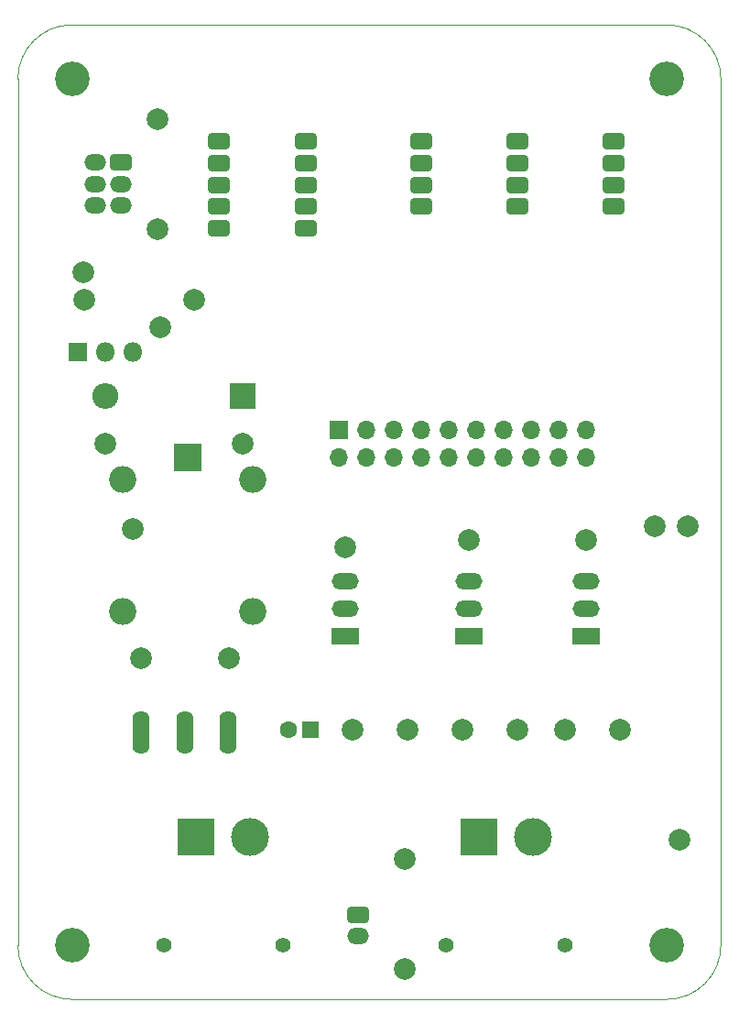
<source format=gbs>
G04 #@! TF.GenerationSoftware,KiCad,Pcbnew,(6.0.0)*
G04 #@! TF.CreationDate,2022-05-07T17:49:45+02:00*
G04 #@! TF.ProjectId,Alimentation,416c696d-656e-4746-9174-696f6e2e6b69,rev?*
G04 #@! TF.SameCoordinates,Original*
G04 #@! TF.FileFunction,Soldermask,Bot*
G04 #@! TF.FilePolarity,Negative*
%FSLAX46Y46*%
G04 Gerber Fmt 4.6, Leading zero omitted, Abs format (unit mm)*
G04 Created by KiCad (PCBNEW (6.0.0)) date 2022-05-07 17:49:45*
%MOMM*%
%LPD*%
G01*
G04 APERTURE LIST*
G04 Aperture macros list*
%AMRoundRect*
0 Rectangle with rounded corners*
0 $1 Rounding radius*
0 $2 $3 $4 $5 $6 $7 $8 $9 X,Y pos of 4 corners*
0 Add a 4 corners polygon primitive as box body*
4,1,4,$2,$3,$4,$5,$6,$7,$8,$9,$2,$3,0*
0 Add four circle primitives for the rounded corners*
1,1,$1+$1,$2,$3*
1,1,$1+$1,$4,$5*
1,1,$1+$1,$6,$7*
1,1,$1+$1,$8,$9*
0 Add four rect primitives between the rounded corners*
20,1,$1+$1,$2,$3,$4,$5,0*
20,1,$1+$1,$4,$5,$6,$7,0*
20,1,$1+$1,$6,$7,$8,$9,0*
20,1,$1+$1,$8,$9,$2,$3,0*%
G04 Aperture macros list end*
G04 #@! TA.AperFunction,Profile*
%ADD10C,0.050000*%
G04 #@! TD*
%ADD11RoundRect,0.312500X-0.687500X0.437500X-0.687500X-0.437500X0.687500X-0.437500X0.687500X0.437500X0*%
%ADD12R,2.500000X2.500000*%
%ADD13O,2.500000X2.500000*%
%ADD14R,2.500000X1.500000*%
%ADD15O,2.500000X1.500000*%
%ADD16R,1.700000X1.700000*%
%ADD17O,1.700000X1.700000*%
%ADD18RoundRect,0.312500X0.687500X-0.437500X0.687500X0.437500X-0.687500X0.437500X-0.687500X-0.437500X0*%
%ADD19O,2.000000X1.500000*%
%ADD20R,2.400000X2.400000*%
%ADD21O,2.400000X2.400000*%
%ADD22C,2.000000*%
%ADD23C,3.200000*%
%ADD24C,1.400000*%
%ADD25R,3.500000X3.500000*%
%ADD26C,3.500000*%
%ADD27R,1.800000X1.800000*%
%ADD28O,1.800000X1.800000*%
%ADD29R,1.600000X1.600000*%
%ADD30C,1.600000*%
%ADD31O,1.600000X4.000000*%
G04 APERTURE END LIST*
D10*
X147952000Y-125448000D02*
X92952000Y-125448000D01*
X92952000Y-35448000D02*
G75*
G03*
X87952000Y-40448000I0J-5000000D01*
G01*
X152952000Y-40448000D02*
X152952000Y-120448000D01*
X152952000Y-40448000D02*
G75*
G03*
X147952000Y-35448000I-5000000J0D01*
G01*
X147952000Y-125448000D02*
G75*
G03*
X152952000Y-120448000I0J5000000D01*
G01*
X87952000Y-40448000D02*
X87952000Y-120448000D01*
X87952000Y-120448000D02*
G75*
G03*
X92952000Y-125448000I5000000J0D01*
G01*
X92952000Y-35448000D02*
X147952000Y-35448000D01*
D11*
X143002000Y-46228000D03*
X143002000Y-48228000D03*
X143002000Y-50228000D03*
X143002000Y-52228000D03*
X134112000Y-46228000D03*
X134112000Y-48228000D03*
X134112000Y-50228000D03*
X134112000Y-52228000D03*
X125222000Y-46228000D03*
X125222000Y-48228000D03*
X125222000Y-50228000D03*
X125222000Y-52228000D03*
X114554000Y-46228000D03*
X114554000Y-48228000D03*
X114554000Y-50228000D03*
X114554000Y-52228000D03*
X114554000Y-54228000D03*
X106553000Y-46228000D03*
X106553000Y-48228000D03*
X106553000Y-50228000D03*
X106553000Y-52228000D03*
X106553000Y-54228000D03*
D12*
X103632000Y-75438000D03*
D13*
X97632000Y-77438000D03*
X97632000Y-89638000D03*
X109632000Y-89638000D03*
X109632000Y-77438000D03*
D14*
X129667000Y-91948000D03*
D15*
X129667000Y-89408000D03*
X129667000Y-86868000D03*
D14*
X118237000Y-91948000D03*
D15*
X118237000Y-89408000D03*
X118237000Y-86868000D03*
D16*
X117602000Y-72898000D03*
D17*
X117602000Y-75438000D03*
X120142000Y-72898000D03*
X120142000Y-75438000D03*
X122682000Y-72898000D03*
X122682000Y-75438000D03*
X125222000Y-72898000D03*
X125222000Y-75438000D03*
X127762000Y-72898000D03*
X127762000Y-75438000D03*
X130302000Y-72898000D03*
X130302000Y-75438000D03*
X132842000Y-72898000D03*
X132842000Y-75438000D03*
X135382000Y-72898000D03*
X135382000Y-75438000D03*
X137922000Y-72898000D03*
X137922000Y-75438000D03*
X140462000Y-72898000D03*
X140462000Y-75438000D03*
D18*
X97482000Y-48133000D03*
D19*
X95082000Y-48133000D03*
X97482000Y-50133000D03*
X95082000Y-50133000D03*
X97482000Y-52133000D03*
X95082000Y-52133000D03*
D20*
X108712000Y-69723000D03*
D21*
X96012000Y-69723000D03*
D14*
X140462000Y-91948000D03*
D15*
X140462000Y-89408000D03*
X140462000Y-86868000D03*
D22*
X104267000Y-60833000D03*
X94107000Y-60833000D03*
D23*
X147952000Y-40448000D03*
X92952000Y-120448000D03*
D24*
X138556000Y-120448000D03*
X127556000Y-120448000D03*
D25*
X130556000Y-110448000D03*
D26*
X135556000Y-110448000D03*
D24*
X112452000Y-120448000D03*
X101452000Y-120448000D03*
D25*
X104452000Y-110448000D03*
D26*
X109452000Y-110448000D03*
D27*
X93472000Y-65653000D03*
D28*
X96012000Y-65653000D03*
X98552000Y-65653000D03*
D11*
X119422000Y-117618000D03*
D19*
X119422000Y-119618000D03*
D23*
X92952000Y-40448000D03*
X147952000Y-120448000D03*
D22*
X134112000Y-100584000D03*
X129032000Y-100584000D03*
D29*
X115001113Y-100584000D03*
D30*
X113001113Y-100584000D03*
D31*
X99378000Y-100838000D03*
X103378000Y-100838000D03*
X107378000Y-100838000D03*
D22*
X100838000Y-44196000D03*
X100838000Y-54356000D03*
X118862000Y-100584000D03*
X123942000Y-100584000D03*
X123698000Y-122682000D03*
X123698000Y-112522000D03*
X138547000Y-100584000D03*
X143627000Y-100584000D03*
X93980000Y-58293000D03*
X149098000Y-110744000D03*
X99314000Y-93980000D03*
X146812000Y-81788000D03*
X98552000Y-82042000D03*
X108712000Y-74168000D03*
X101092000Y-63373000D03*
X129667000Y-83058000D03*
X149860000Y-81788000D03*
X118237000Y-83693000D03*
X107442000Y-93980000D03*
X140462000Y-83058000D03*
X96012000Y-74168000D03*
M02*

</source>
